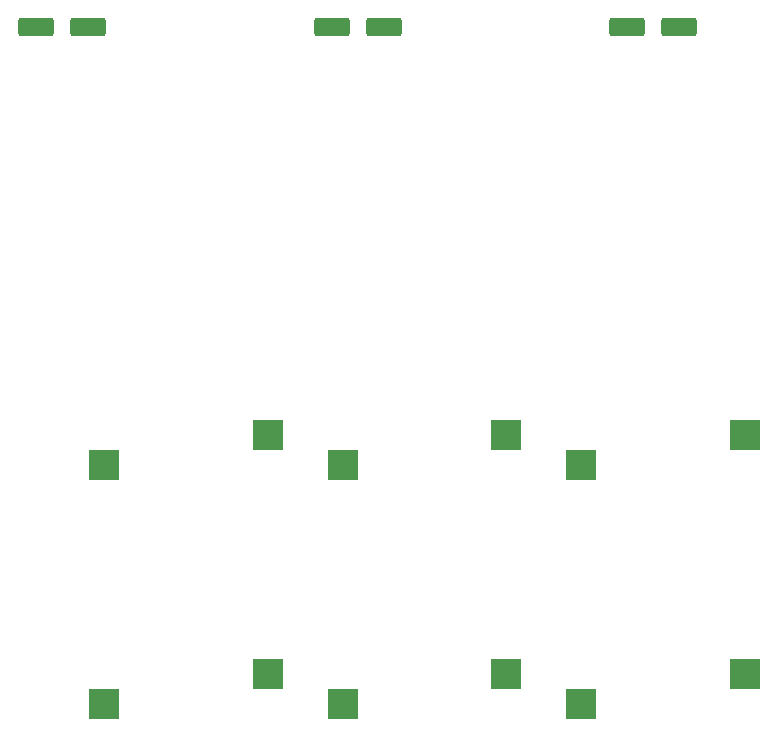
<source format=gbp>
G04 #@! TF.GenerationSoftware,KiCad,Pcbnew,7.0.1*
G04 #@! TF.CreationDate,2023-04-24T18:26:11+10:00*
G04 #@! TF.ProjectId,phi,7068692e-6b69-4636-9164-5f7063625858,rev?*
G04 #@! TF.SameCoordinates,Original*
G04 #@! TF.FileFunction,Paste,Bot*
G04 #@! TF.FilePolarity,Positive*
%FSLAX46Y46*%
G04 Gerber Fmt 4.6, Leading zero omitted, Abs format (unit mm)*
G04 Created by KiCad (PCBNEW 7.0.1) date 2023-04-24 18:26:11*
%MOMM*%
%LPD*%
G01*
G04 APERTURE LIST*
G04 Aperture macros list*
%AMRoundRect*
0 Rectangle with rounded corners*
0 $1 Rounding radius*
0 $2 $3 $4 $5 $6 $7 $8 $9 X,Y pos of 4 corners*
0 Add a 4 corners polygon primitive as box body*
4,1,4,$2,$3,$4,$5,$6,$7,$8,$9,$2,$3,0*
0 Add four circle primitives for the rounded corners*
1,1,$1+$1,$2,$3*
1,1,$1+$1,$4,$5*
1,1,$1+$1,$6,$7*
1,1,$1+$1,$8,$9*
0 Add four rect primitives between the rounded corners*
20,1,$1+$1,$2,$3,$4,$5,0*
20,1,$1+$1,$4,$5,$6,$7,0*
20,1,$1+$1,$6,$7,$8,$9,0*
20,1,$1+$1,$8,$9,$2,$3,0*%
G04 Aperture macros list end*
%ADD10R,2.550000X2.500000*%
%ADD11RoundRect,0.250000X-1.250000X-0.550000X1.250000X-0.550000X1.250000X0.550000X-1.250000X0.550000X0*%
G04 APERTURE END LIST*
D10*
X86243000Y-119325000D03*
X100093000Y-116785000D03*
X66029000Y-119325000D03*
X79879000Y-116785000D03*
X66043000Y-99125000D03*
X79893000Y-96585000D03*
X86243000Y-99125000D03*
X100093000Y-96585000D03*
X106443000Y-119325000D03*
X120293000Y-116785000D03*
X106443000Y-99125000D03*
X120293000Y-96585000D03*
D11*
X60300000Y-62027000D03*
X64700000Y-62027000D03*
X85300000Y-62027000D03*
X89700000Y-62027000D03*
X110300000Y-62027000D03*
X114700000Y-62027000D03*
M02*

</source>
